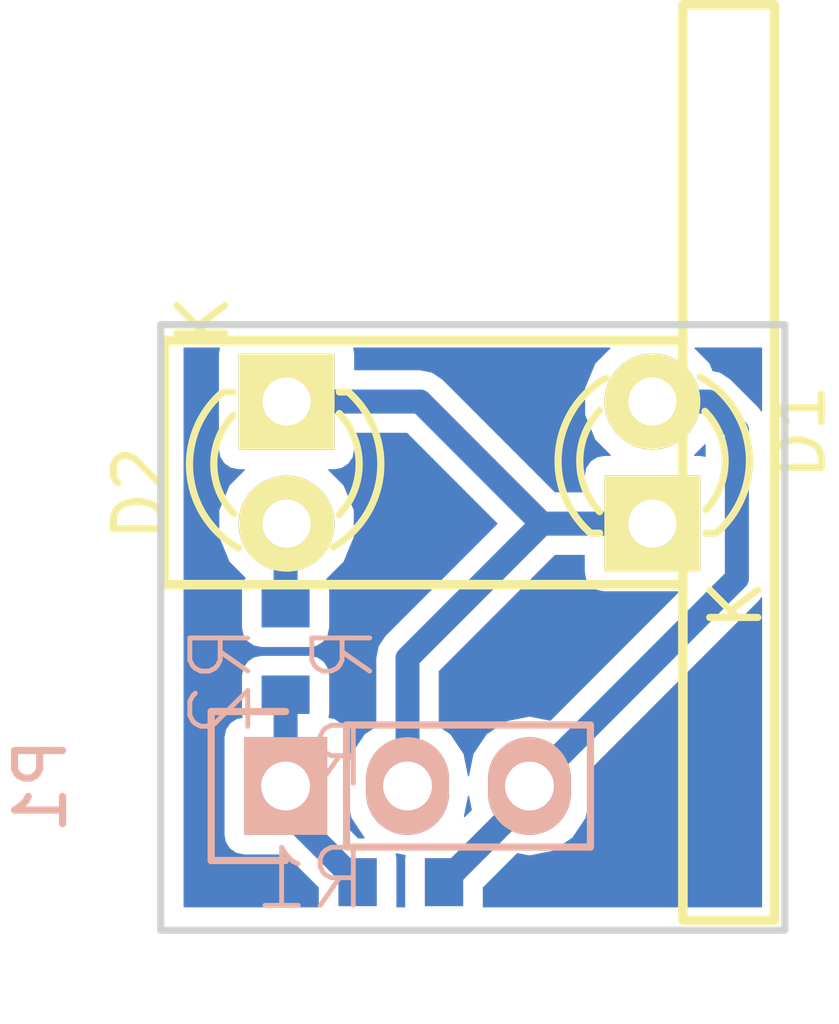
<source format=kicad_pcb>
(kicad_pcb (version 4) (host pcbnew 4.0.4-stable)

  (general
    (links 7)
    (no_connects 0)
    (area 56.524999 24.324999 69.675001 37.075001)
    (thickness 1.6)
    (drawings 11)
    (tracks 17)
    (zones 0)
    (modules 5)
    (nets 5)
  )

  (page A4)
  (layers
    (0 F.Cu signal)
    (31 B.Cu signal)
    (32 B.Adhes user)
    (33 F.Adhes user)
    (34 B.Paste user)
    (35 F.Paste user)
    (36 B.SilkS user)
    (37 F.SilkS user)
    (38 B.Mask user)
    (39 F.Mask user)
    (40 Dwgs.User user)
    (41 Cmts.User user)
    (42 Eco1.User user)
    (43 Eco2.User user)
    (44 Edge.Cuts user)
    (45 Margin user)
    (46 B.CrtYd user)
    (47 F.CrtYd user)
    (48 B.Fab user)
    (49 F.Fab user)
  )

  (setup
    (last_trace_width 0.5)
    (user_trace_width 0.5)
    (user_trace_width 1)
    (trace_clearance 0.2)
    (zone_clearance 0.4)
    (zone_45_only no)
    (trace_min 0.2)
    (segment_width 0.2)
    (edge_width 0.15)
    (via_size 0.6)
    (via_drill 0.4)
    (via_min_size 0.4)
    (via_min_drill 0.3)
    (user_via 1.2 0.8)
    (uvia_size 0.3)
    (uvia_drill 0.1)
    (uvias_allowed no)
    (uvia_min_size 0.2)
    (uvia_min_drill 0.1)
    (pcb_text_width 0.3)
    (pcb_text_size 1.5 1.5)
    (mod_edge_width 0.15)
    (mod_text_size 1 1)
    (mod_text_width 0.15)
    (pad_size 1.4 4)
    (pad_drill 0)
    (pad_to_mask_clearance 0.2)
    (aux_axis_origin 0 0)
    (visible_elements 7FFFFFFF)
    (pcbplotparams
      (layerselection 0x01000_80000000)
      (usegerberextensions false)
      (excludeedgelayer true)
      (linewidth 0.100000)
      (plotframeref false)
      (viasonmask false)
      (mode 1)
      (useauxorigin false)
      (hpglpennumber 1)
      (hpglpenspeed 20)
      (hpglpendiameter 15)
      (hpglpenoverlay 2)
      (psnegative false)
      (psa4output false)
      (plotreference true)
      (plotvalue true)
      (plotinvisibletext false)
      (padsonsilk false)
      (subtractmaskfromsilk false)
      (outputformat 1)
      (mirror false)
      (drillshape 0)
      (scaleselection 1)
      (outputdirectory ""))
  )

  (net 0 "")
  (net 1 +5V)
  (net 2 /OUT)
  (net 3 "Net-(D2-Pad2)")
  (net 4 GND)

  (net_class Default "これは標準のネット クラスです。"
    (clearance 0.2)
    (trace_width 0.25)
    (via_dia 0.6)
    (via_drill 0.4)
    (uvia_dia 0.3)
    (uvia_drill 0.1)
    (add_net +5V)
    (add_net /OUT)
    (add_net GND)
    (add_net "Net-(D2-Pad2)")
  )

  (module LEDs:LED-3MM (layer F.Cu) (tedit 559B82F6) (tstamp 579FE883)
    (at 66.84 28.54 90)
    (descr "LED 3mm round vertical")
    (tags "LED  3mm round vertical")
    (path /579FE847)
    (fp_text reference D1 (at 1.91 3.06 90) (layer F.SilkS)
      (effects (font (size 1 1) (thickness 0.15)))
    )
    (fp_text value LED (at 1.3 -2.9 90) (layer F.Fab)
      (effects (font (size 1 1) (thickness 0.15)))
    )
    (fp_line (start -1.2 2.3) (end 3.8 2.3) (layer F.CrtYd) (width 0.05))
    (fp_line (start 3.8 2.3) (end 3.8 -2.2) (layer F.CrtYd) (width 0.05))
    (fp_line (start 3.8 -2.2) (end -1.2 -2.2) (layer F.CrtYd) (width 0.05))
    (fp_line (start -1.2 -2.2) (end -1.2 2.3) (layer F.CrtYd) (width 0.05))
    (fp_line (start -0.199 1.314) (end -0.199 1.114) (layer F.SilkS) (width 0.15))
    (fp_line (start -0.199 -1.28) (end -0.199 -1.1) (layer F.SilkS) (width 0.15))
    (fp_arc (start 1.301 0.034) (end -0.199 -1.286) (angle 108.5) (layer F.SilkS) (width 0.15))
    (fp_arc (start 1.301 0.034) (end 0.25 -1.1) (angle 85.7) (layer F.SilkS) (width 0.15))
    (fp_arc (start 1.311 0.034) (end 3.051 0.994) (angle 110) (layer F.SilkS) (width 0.15))
    (fp_arc (start 1.301 0.034) (end 2.335 1.094) (angle 87.5) (layer F.SilkS) (width 0.15))
    (fp_text user K (at -1.69 1.74 90) (layer F.SilkS)
      (effects (font (size 1 1) (thickness 0.15)))
    )
    (pad 1 thru_hole rect (at 0 0 180) (size 2 2) (drill 1.00076) (layers *.Cu *.Mask F.SilkS)
      (net 1 +5V))
    (pad 2 thru_hole circle (at 2.54 0 90) (size 2 2) (drill 1.00076) (layers *.Cu *.Mask F.SilkS)
      (net 2 /OUT))
    (model LEDs.3dshapes/LED-3MM.wrl
      (at (xyz 0.05 0 0))
      (scale (xyz 1 1 1))
      (rotate (xyz 0 0 90))
    )
  )

  (module LEDs:LED-3MM (layer F.Cu) (tedit 559B82F6) (tstamp 579FE889)
    (at 59.22 26 270)
    (descr "LED 3mm round vertical")
    (tags "LED  3mm round vertical")
    (path /579FE7D3)
    (fp_text reference D2 (at 1.91 3.06 270) (layer F.SilkS)
      (effects (font (size 1 1) (thickness 0.15)))
    )
    (fp_text value LED (at 1.3 -2.9 270) (layer F.Fab)
      (effects (font (size 1 1) (thickness 0.15)))
    )
    (fp_line (start -1.2 2.3) (end 3.8 2.3) (layer F.CrtYd) (width 0.05))
    (fp_line (start 3.8 2.3) (end 3.8 -2.2) (layer F.CrtYd) (width 0.05))
    (fp_line (start 3.8 -2.2) (end -1.2 -2.2) (layer F.CrtYd) (width 0.05))
    (fp_line (start -1.2 -2.2) (end -1.2 2.3) (layer F.CrtYd) (width 0.05))
    (fp_line (start -0.199 1.314) (end -0.199 1.114) (layer F.SilkS) (width 0.15))
    (fp_line (start -0.199 -1.28) (end -0.199 -1.1) (layer F.SilkS) (width 0.15))
    (fp_arc (start 1.301 0.034) (end -0.199 -1.286) (angle 108.5) (layer F.SilkS) (width 0.15))
    (fp_arc (start 1.301 0.034) (end 0.25 -1.1) (angle 85.7) (layer F.SilkS) (width 0.15))
    (fp_arc (start 1.311 0.034) (end 3.051 0.994) (angle 110) (layer F.SilkS) (width 0.15))
    (fp_arc (start 1.301 0.034) (end 2.335 1.094) (angle 87.5) (layer F.SilkS) (width 0.15))
    (fp_text user K (at -1.69 1.74 270) (layer F.SilkS)
      (effects (font (size 1 1) (thickness 0.15)))
    )
    (pad 1 thru_hole rect (at 0 0) (size 2 2) (drill 1.00076) (layers *.Cu *.Mask F.SilkS)
      (net 1 +5V))
    (pad 2 thru_hole circle (at 2.54 0 270) (size 2 2) (drill 1.00076) (layers *.Cu *.Mask F.SilkS)
      (net 3 "Net-(D2-Pad2)"))
    (model Opto-Devices.3dshapes/Photointerrupter.wrl
      (at (xyz -0.31 0.3 0))
      (scale (xyz 4 4 4))
      (rotate (xyz 180 0 0))
    )
  )

  (module RP_KiCAD_Libs:C1608_WP (layer B.Cu) (tedit 57C3E677) (tstamp 5811C7C7)
    (at 61.6 36)
    (descr <b>CAPACITOR</b>)
    (path /579FE8F1)
    (fp_text reference R1 (at -0.635 0.635) (layer B.SilkS)
      (effects (font (size 1.2065 1.2065) (thickness 0.1016)) (justify left bottom mirror))
    )
    (fp_text value R (at -0.635 -1.905) (layer B.SilkS)
      (effects (font (size 1.2065 1.2065) (thickness 0.1016)) (justify left bottom mirror))
    )
    (fp_line (start -0.356 0.432) (end 0.356 0.432) (layer Dwgs.User) (width 0.1016))
    (fp_line (start -0.356 -0.419) (end 0.356 -0.419) (layer Dwgs.User) (width 0.1016))
    (fp_poly (pts (xy -0.8382 -0.4699) (xy -0.3381 -0.4699) (xy -0.3381 0.4801) (xy -0.8382 0.4801)) (layer Dwgs.User) (width 0))
    (fp_poly (pts (xy 0.3302 -0.4699) (xy 0.8303 -0.4699) (xy 0.8303 0.4801) (xy 0.3302 0.4801)) (layer Dwgs.User) (width 0))
    (fp_poly (pts (xy -0.1999 -0.3) (xy 0.1999 -0.3) (xy 0.1999 0.3) (xy -0.1999 0.3)) (layer B.Adhes) (width 0))
    (pad 1 smd rect (at -0.9 0) (size 0.8 1) (layers B.Cu B.Paste B.Mask)
      (net 4 GND))
    (pad 2 smd rect (at 0.9 0) (size 0.8 1) (layers B.Cu B.Paste B.Mask)
      (net 2 /OUT))
    (model Resistors_SMD.3dshapes/R_0603.wrl
      (at (xyz 0 0 0))
      (scale (xyz 1 1 1))
      (rotate (xyz 0 0 0))
    )
  )

  (module RP_KiCAD_Libs:C1608_WP (layer B.Cu) (tedit 57C3E677) (tstamp 5811C7CC)
    (at 59.2 31.2 270)
    (descr <b>CAPACITOR</b>)
    (path /579FE8A0)
    (fp_text reference R2 (at -0.635 0.635 270) (layer B.SilkS)
      (effects (font (size 1.2065 1.2065) (thickness 0.1016)) (justify left bottom mirror))
    )
    (fp_text value R (at -0.635 -1.905 270) (layer B.SilkS)
      (effects (font (size 1.2065 1.2065) (thickness 0.1016)) (justify left bottom mirror))
    )
    (fp_line (start -0.356 0.432) (end 0.356 0.432) (layer Dwgs.User) (width 0.1016))
    (fp_line (start -0.356 -0.419) (end 0.356 -0.419) (layer Dwgs.User) (width 0.1016))
    (fp_poly (pts (xy -0.8382 -0.4699) (xy -0.3381 -0.4699) (xy -0.3381 0.4801) (xy -0.8382 0.4801)) (layer Dwgs.User) (width 0))
    (fp_poly (pts (xy 0.3302 -0.4699) (xy 0.8303 -0.4699) (xy 0.8303 0.4801) (xy 0.3302 0.4801)) (layer Dwgs.User) (width 0))
    (fp_poly (pts (xy -0.1999 -0.3) (xy 0.1999 -0.3) (xy 0.1999 0.3) (xy -0.1999 0.3)) (layer B.Adhes) (width 0))
    (pad 1 smd rect (at -0.9 0 270) (size 0.8 1) (layers B.Cu B.Paste B.Mask)
      (net 3 "Net-(D2-Pad2)"))
    (pad 2 smd rect (at 0.9 0 270) (size 0.8 1) (layers B.Cu B.Paste B.Mask)
      (net 4 GND))
    (model Resistors_SMD.3dshapes/R_0603.wrl
      (at (xyz 0 0 0))
      (scale (xyz 1 1 1))
      (rotate (xyz 0 0 0))
    )
  )

  (module Pin_Headers:Pin_Header_Straight_1x03 (layer B.Cu) (tedit 0) (tstamp 5811C818)
    (at 59.2 34 270)
    (descr "Through hole pin header")
    (tags "pin header")
    (path /579FEC97)
    (fp_text reference P1 (at 0 5.1 270) (layer B.SilkS)
      (effects (font (size 1 1) (thickness 0.15)) (justify mirror))
    )
    (fp_text value CONN_01X03 (at 0 3.1 270) (layer B.Fab)
      (effects (font (size 1 1) (thickness 0.15)) (justify mirror))
    )
    (fp_line (start -1.75 1.75) (end -1.75 -6.85) (layer B.CrtYd) (width 0.05))
    (fp_line (start 1.75 1.75) (end 1.75 -6.85) (layer B.CrtYd) (width 0.05))
    (fp_line (start -1.75 1.75) (end 1.75 1.75) (layer B.CrtYd) (width 0.05))
    (fp_line (start -1.75 -6.85) (end 1.75 -6.85) (layer B.CrtYd) (width 0.05))
    (fp_line (start -1.27 -1.27) (end -1.27 -6.35) (layer B.SilkS) (width 0.15))
    (fp_line (start -1.27 -6.35) (end 1.27 -6.35) (layer B.SilkS) (width 0.15))
    (fp_line (start 1.27 -6.35) (end 1.27 -1.27) (layer B.SilkS) (width 0.15))
    (fp_line (start 1.55 1.55) (end 1.55 0) (layer B.SilkS) (width 0.15))
    (fp_line (start 1.27 -1.27) (end -1.27 -1.27) (layer B.SilkS) (width 0.15))
    (fp_line (start -1.55 0) (end -1.55 1.55) (layer B.SilkS) (width 0.15))
    (fp_line (start -1.55 1.55) (end 1.55 1.55) (layer B.SilkS) (width 0.15))
    (pad 1 thru_hole rect (at 0 0 270) (size 2.032 1.7272) (drill 1.016) (layers *.Cu *.Mask B.SilkS)
      (net 4 GND))
    (pad 2 thru_hole oval (at 0 -2.54 270) (size 2.032 1.7272) (drill 1.016) (layers *.Cu *.Mask B.SilkS)
      (net 1 +5V))
    (pad 3 thru_hole oval (at 0 -5.08 270) (size 2.032 1.7272) (drill 1.016) (layers *.Cu *.Mask B.SilkS)
      (net 2 /OUT))
    (model Pin_Headers.3dshapes/Pin_Header_Straight_1x03.wrl
      (at (xyz 0 -0.1 0))
      (scale (xyz 1 1 1))
      (rotate (xyz 0 0 90))
    )
  )

  (gr_line (start 56.6 24.4) (end 56.6 37) (angle 90) (layer Edge.Cuts) (width 0.15))
  (gr_line (start 69.6 37) (end 69.6 24.4) (angle 90) (layer Edge.Cuts) (width 0.15))
  (gr_line (start 69.6 37) (end 56.6 37) (angle 90) (layer Edge.Cuts) (width 0.15))
  (gr_line (start 56.6 24.4) (end 69.6 24.4) (angle 90) (layer Edge.Cuts) (width 0.15))
  (gr_line (start 56.68 24.73) (end 67.475 24.73) (angle 90) (layer F.SilkS) (width 0.2))
  (gr_line (start 56.68 29.81) (end 56.68 24.73) (angle 90) (layer F.SilkS) (width 0.2))
  (gr_line (start 67.475 29.81) (end 56.68 29.81) (angle 90) (layer F.SilkS) (width 0.2))
  (gr_line (start 67.475 17.745) (end 69.38 17.745) (angle 90) (layer F.SilkS) (width 0.2))
  (gr_line (start 67.475 36.795) (end 67.475 17.745) (angle 90) (layer F.SilkS) (width 0.2))
  (gr_line (start 69.38 36.795) (end 67.475 36.795) (angle 90) (layer F.SilkS) (width 0.2))
  (gr_line (start 69.38 17.745) (end 69.38 36.795) (angle 90) (layer F.SilkS) (width 0.2))

  (segment (start 61.74 34) (end 61.74 31.34) (width 0.5) (layer B.Cu) (net 1))
  (segment (start 61.74 31.34) (end 64.54 28.54) (width 0.5) (layer B.Cu) (net 1) (tstamp 5811C8D2))
  (segment (start 59.22 26) (end 62 26) (width 0.5) (layer B.Cu) (net 1))
  (segment (start 64.54 28.54) (end 66.84 28.54) (width 0.5) (layer B.Cu) (net 1) (tstamp 5811C7F4))
  (segment (start 62 26) (end 64.54 28.54) (width 0.5) (layer B.Cu) (net 1) (tstamp 5811C7F2))
  (segment (start 64.28 34) (end 64.28 34.22) (width 0.5) (layer B.Cu) (net 2) (status C00000))
  (segment (start 64.28 34.22) (end 62.5 36) (width 0.5) (layer B.Cu) (net 2) (tstamp 5811C8F3) (status C00000))
  (segment (start 64.28 34) (end 64.28 34.62) (width 0.5) (layer B.Cu) (net 2))
  (segment (start 66.84 26) (end 68 26) (width 0.5) (layer B.Cu) (net 2))
  (segment (start 68.6 29.68) (end 64.28 34) (width 0.5) (layer B.Cu) (net 2) (tstamp 5811C8D8))
  (segment (start 68.6 26.6) (end 68.6 29.68) (width 0.5) (layer B.Cu) (net 2) (tstamp 5811C8D7))
  (segment (start 68 26) (end 68.6 26.6) (width 0.5) (layer B.Cu) (net 2) (tstamp 5811C8D6))
  (segment (start 59.22 28.54) (end 59.2 28.56) (width 0.5) (layer B.Cu) (net 3))
  (segment (start 59.2 28.56) (end 59.2 30.3) (width 0.5) (layer B.Cu) (net 3) (tstamp 5811C8C5))
  (segment (start 59.2 34) (end 59.2 34.5) (width 0.5) (layer B.Cu) (net 4) (status C00000))
  (segment (start 59.2 34.5) (end 60.7 36) (width 0.5) (layer B.Cu) (net 4) (tstamp 5811C8F6) (status C00000))
  (segment (start 59.2 32.1) (end 59.2 34) (width 0.5) (layer B.Cu) (net 4))

  (zone (net 0) (net_name "") (layer B.Cu) (tstamp 5811C8FC) (hatch edge 0.508)
    (connect_pads (clearance 0.4))
    (min_thickness 0.026)
    (fill yes (arc_segments 16) (thermal_gap 0.508) (thermal_bridge_width 0.508))
    (polygon
      (pts
        (xy 69.6 37) (xy 56.6 37) (xy 56.6 24.4) (xy 69.6 24.4)
      )
    )
    (filled_polygon
      (pts
        (xy 57.798909 25) (xy 57.798909 27) (xy 57.827707 27.153049) (xy 57.918159 27.293614) (xy 58.056172 27.387915)
        (xy 58.22 27.421091) (xy 58.340835 27.421091) (xy 58.022816 27.738555) (xy 57.807246 28.257704) (xy 57.806756 28.81983)
        (xy 58.021419 29.339354) (xy 58.354938 29.673456) (xy 58.312085 29.736172) (xy 58.278909 29.9) (xy 58.278909 30.7)
        (xy 58.307707 30.853049) (xy 58.398159 30.993614) (xy 58.536172 31.087915) (xy 58.7 31.121091) (xy 59.7 31.121091)
        (xy 59.853049 31.092293) (xy 59.993614 31.001841) (xy 60.087915 30.863828) (xy 60.121091 30.7) (xy 60.121091 29.9)
        (xy 60.092293 29.746951) (xy 60.060486 29.697521) (xy 60.417184 29.341445) (xy 60.632754 28.822296) (xy 60.633244 28.26017)
        (xy 60.418581 27.740646) (xy 60.099583 27.421091) (xy 60.22 27.421091) (xy 60.373049 27.392293) (xy 60.513614 27.301841)
        (xy 60.607915 27.163828) (xy 60.641091 27) (xy 60.641091 26.663) (xy 61.725376 26.663) (xy 63.602376 28.54)
        (xy 61.271188 30.871188) (xy 61.127468 31.086281) (xy 61.077 31.34) (xy 61.077 32.756753) (xy 60.837307 32.916911)
        (xy 60.560575 33.33107) (xy 60.484691 33.712566) (xy 60.484691 32.984) (xy 60.455893 32.830951) (xy 60.365441 32.690386)
        (xy 60.227428 32.596085) (xy 60.106589 32.571614) (xy 60.121091 32.5) (xy 60.121091 31.7) (xy 60.092293 31.546951)
        (xy 60.001841 31.406386) (xy 59.863828 31.312085) (xy 59.7 31.278909) (xy 58.7 31.278909) (xy 58.546951 31.307707)
        (xy 58.406386 31.398159) (xy 58.312085 31.536172) (xy 58.278909 31.7) (xy 58.278909 32.5) (xy 58.292307 32.571206)
        (xy 58.183351 32.591707) (xy 58.042786 32.682159) (xy 57.948485 32.820172) (xy 57.915309 32.984) (xy 57.915309 35.016)
        (xy 57.944107 35.169049) (xy 58.034559 35.309614) (xy 58.172572 35.403915) (xy 58.3364 35.437091) (xy 59.199467 35.437091)
        (xy 59.878909 36.116533) (xy 59.878909 36.5) (xy 59.881167 36.512) (xy 57.088 36.512) (xy 57.088 24.888)
        (xy 57.82159 24.888)
      )
    )
    (filled_polygon
      (pts
        (xy 61.689646 35.44698) (xy 61.678909 35.5) (xy 61.678909 36.5) (xy 61.681167 36.512) (xy 61.518661 36.512)
        (xy 61.521091 36.5) (xy 61.521091 35.5) (xy 61.504173 35.410087)
      )
    )
    (filled_polygon
      (pts
        (xy 69.112 36.512) (xy 63.318661 36.512) (xy 63.321091 36.5) (xy 63.321091 36.116533) (xy 64.030297 35.407327)
        (xy 64.28 35.456996) (xy 64.768534 35.359821) (xy 65.182693 35.083089) (xy 65.459425 34.66893) (xy 65.5566 34.180396)
        (xy 65.5566 33.819604) (xy 65.53029 33.687334) (xy 69.068812 30.148812) (xy 69.112 30.084176)
      )
    )
    (filled_polygon
      (pts
        (xy 60.560575 34.66893) (xy 60.834514 35.078909) (xy 60.716533 35.078909) (xy 60.484691 34.847067) (xy 60.484691 34.287434)
      )
    )
    (filled_polygon
      (pts
        (xy 63.06621 34.496166) (xy 62.925876 34.6365) (xy 63.01 34.213577)
      )
    )
    (filled_polygon
      (pts
        (xy 65.418909 29.54) (xy 65.447707 29.693049) (xy 65.538159 29.833614) (xy 65.676172 29.927915) (xy 65.84 29.961091)
        (xy 67.381285 29.961091) (xy 64.713203 32.629173) (xy 64.28 32.543004) (xy 63.791466 32.640179) (xy 63.377307 32.916911)
        (xy 63.100575 33.33107) (xy 63.01 33.786423) (xy 62.919425 33.33107) (xy 62.642693 32.916911) (xy 62.403 32.756753)
        (xy 62.403 31.614624) (xy 64.814624 29.203) (xy 65.418909 29.203)
      )
    )
    (filled_polygon
      (pts
        (xy 65.642816 25.198555) (xy 65.427246 25.717704) (xy 65.426756 26.27983) (xy 65.641419 26.799354) (xy 65.960417 27.118909)
        (xy 65.84 27.118909) (xy 65.686951 27.147707) (xy 65.546386 27.238159) (xy 65.452085 27.376172) (xy 65.418909 27.54)
        (xy 65.418909 27.877) (xy 64.814623 27.877) (xy 62.468812 25.531188) (xy 62.253719 25.387468) (xy 62 25.337)
        (xy 60.641091 25.337) (xy 60.641091 25) (xy 60.620017 24.888) (xy 65.953914 24.888)
      )
    )
    (filled_polygon
      (pts
        (xy 67.937 27.138552) (xy 67.84 27.118909) (xy 67.719165 27.118909) (xy 67.937 26.901454)
      )
    )
    (filled_polygon
      (pts
        (xy 69.112 26.195824) (xy 69.068812 26.131188) (xy 68.468812 25.531188) (xy 68.253719 25.387468) (xy 68.103421 25.357572)
        (xy 68.038581 25.200646) (xy 67.72648 24.888) (xy 69.112 24.888)
      )
    )
  )
)

</source>
